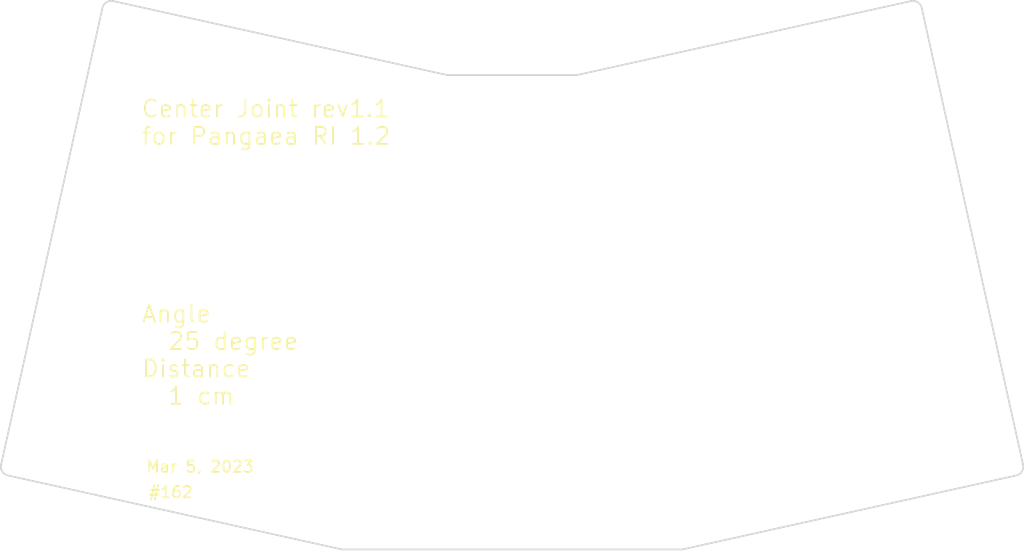
<source format=kicad_pcb>
(kicad_pcb (version 20221018) (generator pcbnew)
  (layers (0 "F.Cu" signal) (31 "B.Cu" signal) (34 "B.Paste" user) (35 "F.Paste" user) (36 "B.SilkS" user "B.Silkscreen") (37 "F.SilkS" user "F.Silkscreen") (38 "B.Mask" user) (39 "F.Mask" user) (44 "Edge.Cuts" user))
  (net 0 "")
  (footprint "" (layer "F.Cu") (at 26.74191 30.294809 -12.5)
    (fp_text reference "" (at 0 0 167.5) (layer "F.SilkS") (effects (font (size 1.27 1.27))))
    (fp_text value "" (at 0 0 167.5) (layer "F.SilkS") (effects (font (size 1.27 1.27))))
    (pad "" np_thru_hole circle (at 0 0 347.5) (size 1.95 1.95) (drill 1.95) (layers "*.Cu" "*.Mask"))
  )
  (footprint "" (layer "F.Cu") (at 46.733145 64.808535 -12.5)
    (fp_text reference "" (at 0 0 167.5) (layer "F.SilkS") (effects (font (size 1.27 1.27))))
    (fp_text value "" (at 0 0 167.5) (layer "F.SilkS") (effects (font (size 1.27 1.27))))
    (pad "" np_thru_hole circle (at 0 0 347.5) (size 1.95 1.95) (drill 1.95) (layers "*.Cu" "*.Mask"))
  )
  (footprint "" (layer "F.Cu") (at 51.887113 41.560485 -12.5)
    (fp_text reference "" (at 0 0 167.5) (layer "F.SilkS") (effects (font (size 1.27 1.27))))
    (fp_text value "" (at 0 0 167.5) (layer "F.SilkS") (effects (font (size 1.27 1.27))))
    (pad "" np_thru_hole circle (at 0 0 347.5) (size 1.95 1.95) (drill 1.95) (layers "*.Cu" "*.Mask"))
  )
  (footprint "footprint:M2_Hole" (layer "F.Cu") (at 26.74191 30.294809)
    (fp_text reference "H5" hide)
    (fp_text value "MountingHole" hide)
    (pad "" np_thru_hole circle (at 0 0) (size 1.95 1.95) (drill 1.95) (layers "F&B.Cu" "*.Mask"))
  )
  (footprint "" (layer "F.Cu") (at 47.838867 60.330639 -12.5)
    (fp_text reference "" (at 0 0 167.5) (layer "F.SilkS") (effects (font (size 1.27 1.27))))
    (fp_text value "" (at 0 0 167.5) (layer "F.SilkS") (effects (font (size 1.27 1.27))))
    (pad "" np_thru_hole circle (at 0 0 347.5) (size 1.95 1.95) (drill 1.95) (layers "*.Cu" "*.Mask"))
  )
  (footprint "footprint:M2_Hole" (layer "F.Cu") (at 50.930792 46.38176)
    (fp_text reference "H11" hide)
    (fp_text value "MountingHole" hide)
    (pad "" np_thru_hole circle (at 0 0) (size 1.95 1.95) (drill 1.95) (layers "F&B.Cu" "*.Mask"))
  )
  (footprint "footprint:M2_Hole" (layer "F.Cu") (at 46.733145 64.808535)
    (fp_text reference "H2" hide)
    (fp_text value "MountingHole" hide)
    (pad "" np_thru_hole circle (at 0 0) (size 1.95 1.95) (drill 1.95) (layers "F&B.Cu" "*.Mask"))
  )
  (footprint "" (layer "F.Cu") (at 50.930792 46.38176 -12.5)
    (fp_text reference "" (at 0 0 167.5) (layer "F.SilkS") (effects (font (size 1.27 1.27))))
    (fp_text value "" (at 0 0 167.5) (layer "F.SilkS") (effects (font (size 1.27 1.27))))
    (pad "" np_thru_hole circle (at 0 0 347.5) (size 1.95 1.95) (drill 1.95) (layers "*.Cu" "*.Mask"))
  )
  (footprint "footprint:M2_Hole" (layer "F.Cu") (at 47.838867 60.330639)
    (fp_text reference "H4" hide)
    (fp_text value "MountingHole" hide)
    (pad "" np_thru_hole circle (at 0 0) (size 1.95 1.95) (drill 1.95) (layers "F&B.Cu" "*.Mask"))
  )
  (footprint "footprint:M2_Hole" (layer "F.Cu") (at 51.887113 41.560485)
    (fp_text reference "H9" hide)
    (fp_text value "MountingHole" hide)
    (pad "" np_thru_hole circle (at 0 0) (size 1.95 1.95) (drill 1.95) (layers "F&B.Cu" "*.Mask"))
  )
  (footprint "footprint:M2_Hole" (layer "F.Cu") (at 73.617186 41.41048)
    (fp_text reference "H6" hide)
    (fp_text value "MountingHole" hide)
    (pad "" np_thru_hole circle (at 0 0) (size 1.95 1.95) (drill 1.95) (layers "F&B.Cu" "*.Mask"))
  )
  (footprint "footprint:M2_Hole" (layer "F.Cu") (at 20.385356 58.96737)
    (fp_text reference "H1" hide)
    (fp_text value "MountingHole" hide)
    (pad "" np_thru_hole circle (at 0 0) (size 1.95 1.95) (drill 1.95) (layers "F&B.Cu" "*.Mask"))
  )
  (footprint "footprint:M2_Hole" (layer "F.Cu") (at 77.657186 60.29048)
    (fp_text reference "H12" hide)
    (fp_text value "MountingHole" hide)
    (pad "" np_thru_hole circle (at 0 0) (size 1.95 1.95) (drill 1.95) (layers "F&B.Cu" "*.Mask"))
  )
  (footprint "footprint:M2_Hole" (layer "F.Cu") (at 105.137186 58.96048)
    (fp_text reference "H7" hide)
    (fp_text value "MountingHole" hide)
    (pad "" np_thru_hole circle (at 0 0) (size 1.95 1.95) (drill 1.95) (layers "F&B.Cu" "*.Mask"))
  )
  (footprint "" (layer "F.Cu") (at 20.385356 58.96737 -12.5)
    (fp_text reference "" (at 0 0 167.5) (layer "F.SilkS") (effects (font (size 1.27 1.27))))
    (fp_text value "" (at 0 0 167.5) (layer "F.SilkS") (effects (font (size 1.27 1.27))))
    (pad "" np_thru_hole circle (at 0 0 347.5) (size 1.95 1.95) (drill 1.95) (layers "*.Cu" "*.Mask"))
  )
  (footprint "footprint:M2_Hole" (layer "F.Cu") (at 78.777186 64.81048)
    (fp_text reference "H10" hide)
    (fp_text value "MountingHole" hide)
    (pad "" np_thru_hole circle (at 0 0) (size 1.95 1.95) (drill 1.95) (layers "F&B.Cu" "*.Mask"))
  )
  (footprint "footprint:M2_Hole" (layer "F.Cu") (at 74.587186 46.36048)
    (fp_text reference "H8" hide)
    (fp_text value "MountingHole" hide)
    (pad "" np_thru_hole circle (at 0 0) (size 1.95 1.95) (drill 1.95) (layers "F&B.Cu" "*.Mask"))
  )
  (footprint "footprint:M2_Hole" (layer "F.Cu") (at 98.727186 30.26048)
    (fp_text reference "H3" hide)
    (fp_text value "MountingHole" hide)
    (pad "" np_thru_hole circle (at 0 0) (size 1.95 1.95) (drill 1.95) (layers "F&B.Cu" "*.Mask"))
  )
  (footprint "" (layer "B.Cu") (at 73.617186 41.56048 -167.5)
    (fp_text reference "" (at 0 0 -347.5) (layer "B.SilkS") (effects (font (size 1.27 1.27)) (justify mirror)))
    (fp_text value "" (at 0 0 -347.5) (layer "B.SilkS") (effects (font (size 1.27 1.27)) (justify mirror)))
    (pad "" np_thru_hole circle (at 0 0 192.5) (size 1.95 1.95) (drill 1.95) (layers "*.Cu" "*.Mask"))
  )
  (footprint "" (layer "B.Cu") (at 105.118943 58.967365 -167.5)
    (fp_text reference "" (at 0 0 -347.5) (layer "B.SilkS") (effects (font (size 1.27 1.27)) (justify mirror)))
    (fp_text value "" (at 0 0 -347.5) (layer "B.SilkS") (effects (font (size 1.27 1.27)) (justify mirror)))
    (pad "" np_thru_hole circle (at 0 0 192.5) (size 1.95 1.95) (drill 1.95) (layers "*.Cu" "*.Mask"))
  )
  (footprint "" (layer "B.Cu") (at 77.665432 60.330634 -167.5)
    (fp_text reference "" (at 0 0 12.5) (layer "B.SilkS") (effects (font (size 1.27 1.27)) (justify mirror)))
    (fp_text value "" (at 0 0 12.5) (layer "B.SilkS") (effects (font (size 1.27 1.27)) (justify mirror)))
    (pad "" np_thru_hole circle (at 0 0 192.5) (size 1.95 1.95) (drill 1.95) (layers "*.Cu" "*.Mask"))
  )
  (footprint "" (layer "B.Cu") (at 78.771154 64.80853 -167.5)
    (fp_text reference "" (at 0 0 -347.5) (layer "B.SilkS") (effects (font (size 1.27 1.27)) (justify mirror)))
    (fp_text value "" (at 0 0 -347.5) (layer "B.SilkS") (effects (font (size 1.27 1.27)) (justify mirror)))
    (pad "" np_thru_hole circle (at 0 0 192.5) (size 1.95 1.95) (drill 1.95) (layers "*.Cu" "*.Mask"))
  )
  (footprint "" (layer "B.Cu") (at 98.762389 30.294804 -167.5)
    (fp_text reference "" (at 0 0 -347.5) (layer "B.SilkS") (effects (font (size 1.27 1.27)) (justify mirror)))
    (fp_text value "" (at 0 0 -347.5) (layer "B.SilkS") (effects (font (size 1.27 1.27)) (justify mirror)))
    (pad "" np_thru_hole circle (at 0 0 192.5) (size 1.95 1.95) (drill 1.95) (layers "*.Cu" "*.Mask"))
  )
  (footprint "" (layer "B.Cu") (at 74.573507 46.381755 -167.5)
    (fp_text reference "" (at 0 0 12.5) (layer "B.SilkS") (effects (font (size 1.27 1.27)) (justify mirror)))
    (fp_text value "" (at 0 0 12.5) (layer "B.SilkS") (effects (font (size 1.27 1.27)) (justify mirror)))
    (pad "" np_thru_hole circle (at 0 0 192.5) (size 1.95 1.95) (drill 1.95) (layers "*.Cu" "*.Mask"))
  )
  (gr_arc (start 18.320526 60.948706) (mid 17.822876 60.600261) (end 17.71739 60.001973) (stroke (width 0.15)) (layer "Edge.Cuts"))
  (gr_line (start 17.71739 60.001973) (end 26.650936 19.705355) (stroke (width 0.15)) (layer "Edge.Cuts"))
  (gr_line (start 57.0452 25.630579) (end 68.459099 25.630574) (stroke (width 0.15)) (layer "Edge.Cuts"))
  (gr_line (start 107.183773 60.948702) (end 77.736243 67.477062) (stroke (width 0.15)) (layer "Edge.Cuts"))
  (gr_line (start 27.59767 19.102219) (end 57.0452 25.630579) (stroke (width 0.15)) (layer "Edge.Cuts"))
  (gr_line (start 98.853363 19.70535) (end 107.786909 60.001968) (stroke (width 0.15)) (layer "Edge.Cuts"))
  (gr_line (start 47.768056 67.477067) (end 18.320526 60.948706) (stroke (width 0.15)) (layer "Edge.Cuts"))
  (gr_line (start 68.459099 25.630574) (end 97.906629 19.102214) (stroke (width 0.15)) (layer "Edge.Cuts"))
  (gr_line (start 47.768056 67.477067) (end 77.736243 67.477062) (stroke (width 0.15)) (layer "Edge.Cuts"))
  (gr_arc (start 97.906629 19.102214) (mid 98.504933 19.207683) (end 98.853363 19.70535) (stroke (width 0.15)) (layer "Edge.Cuts"))
  (gr_arc (start 26.650936 19.705355) (mid 26.999381 19.207684) (end 27.59767 19.102219) (stroke (width 0.15)) (layer "Edge.Cuts"))
  (gr_arc (start 107.786909 60.001968) (mid 107.68144 60.600277) (end 107.183773 60.948702) (stroke (width 0.15)) (layer "Edge.Cuts"))
  (gr_text "#162" (at 30.647186 63.01048) (layer "F.SilkS") (effects (font (size 1 1)) (justify left bottom)))
  (gr_text "Center Joint rev1.1\nfor Pangaea RI 1.2" (at 30.007186 31.89048) (layer "F.SilkS") (effects (font (size 1.5 1.5)) (justify left bottom)))
  (gr_text "Angle\n  25 degree\nDistance\n  1 cm" (at 30.037186 54.82048) (layer "F.SilkS") (effects (font (size 1.5 1.5)) (justify left bottom)))
  (gr_text "Mar 5, 2023" (at 30.447186 60.76048) (layer "F.SilkS") (effects (font (size 1 1)) (justify left bottom)))
)
</source>
